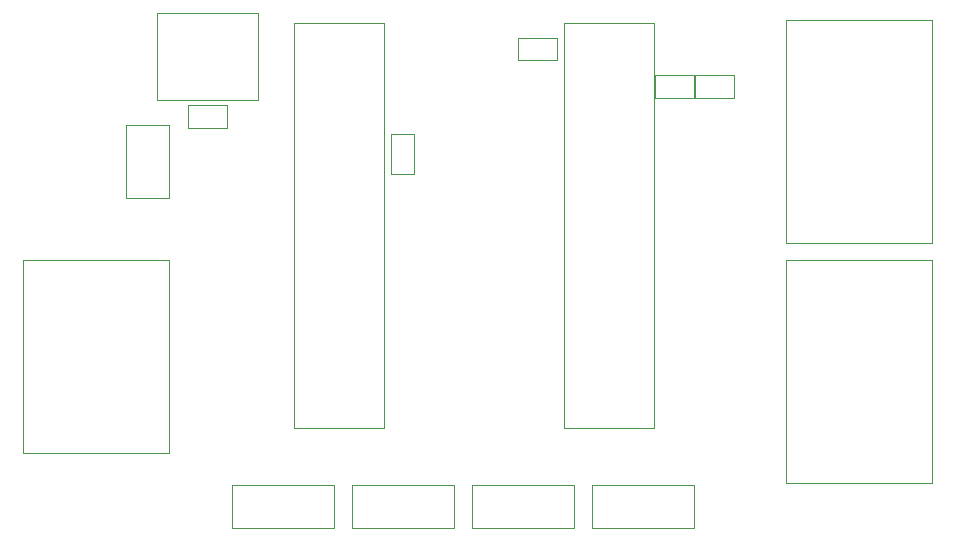
<source format=gbr>
G04 #@! TF.GenerationSoftware,KiCad,Pcbnew,5.1.7-a382d34a8~88~ubuntu20.04.1*
G04 #@! TF.CreationDate,2021-06-06T15:27:41-07:00*
G04 #@! TF.ProjectId,ft4232h-breakout,66743432-3332-4682-9d62-7265616b6f75,Jun2021b*
G04 #@! TF.SameCoordinates,Original*
G04 #@! TF.FileFunction,Other,User*
%FSLAX46Y46*%
G04 Gerber Fmt 4.6, Leading zero omitted, Abs format (unit mm)*
G04 Created by KiCad (PCBNEW 5.1.7-a382d34a8~88~ubuntu20.04.1) date 2021-06-06 15:27:41*
%MOMM*%
%LPD*%
G01*
G04 APERTURE LIST*
%ADD10C,0.050000*%
%ADD11C,0.120000*%
G04 APERTURE END LIST*
D10*
G04 #@! TO.C,R2*
X122076000Y-87950000D02*
X122076000Y-89850000D01*
X122076000Y-89850000D02*
X118716000Y-89850000D01*
X118716000Y-89850000D02*
X118716000Y-87950000D01*
X118716000Y-87950000D02*
X122076000Y-87950000D01*
G04 #@! TO.C,D1*
X115320000Y-89850000D02*
X115320000Y-87950000D01*
X115320000Y-87950000D02*
X118680000Y-87950000D01*
X118680000Y-87950000D02*
X118680000Y-89850000D01*
X118680000Y-89850000D02*
X115320000Y-89850000D01*
G04 #@! TO.C,R1*
X94930000Y-96295000D02*
X93030000Y-96295000D01*
X93030000Y-96295000D02*
X93030000Y-92935000D01*
X93030000Y-92935000D02*
X94930000Y-92935000D01*
X94930000Y-92935000D02*
X94930000Y-96295000D01*
G04 #@! TO.C,J9*
X74190000Y-92180000D02*
X70590000Y-92180000D01*
X74190000Y-98330000D02*
X74190000Y-92180000D01*
X70590000Y-98330000D02*
X74190000Y-98330000D01*
X70590000Y-92180000D02*
X70590000Y-98330000D01*
G04 #@! TO.C,J5*
X73170000Y-90060000D02*
X81770000Y-90060000D01*
X73170000Y-82660000D02*
X73170000Y-90060000D01*
X81770000Y-82660000D02*
X73170000Y-82660000D01*
X81770000Y-90060000D02*
X81770000Y-82660000D01*
D11*
G04 #@! TO.C,X1*
X115240000Y-83490000D02*
X107620000Y-83490000D01*
X107620000Y-83490000D02*
X107620000Y-117780000D01*
X107620000Y-117780000D02*
X115240000Y-117780000D01*
X115240000Y-117780000D02*
X115240000Y-83490000D01*
X92380000Y-83490000D02*
X84760000Y-83490000D01*
X84760000Y-83490000D02*
X84760000Y-117780000D01*
X84760000Y-117780000D02*
X92380000Y-117780000D01*
X92380000Y-117780000D02*
X92380000Y-83490000D01*
D10*
G04 #@! TO.C,J8*
X74190000Y-119910000D02*
X74190000Y-103610000D01*
X74190000Y-103610000D02*
X61840000Y-103610000D01*
X61840000Y-103610000D02*
X61840000Y-119910000D01*
X61840000Y-119910000D02*
X74190000Y-119910000D01*
G04 #@! TO.C,J7*
X138820000Y-103610000D02*
X126470000Y-103610000D01*
X138820000Y-122460000D02*
X138820000Y-103610000D01*
X126470000Y-122460000D02*
X138820000Y-122460000D01*
X126470000Y-103610000D02*
X126470000Y-122460000D01*
G04 #@! TO.C,J6*
X138820000Y-83290000D02*
X126470000Y-83290000D01*
X138820000Y-102140000D02*
X138820000Y-83290000D01*
X126470000Y-102140000D02*
X138820000Y-102140000D01*
X126470000Y-83290000D02*
X126470000Y-102140000D01*
G04 #@! TO.C,J4*
X88160000Y-122660000D02*
X79510000Y-122660000D01*
X79510000Y-122660000D02*
X79510000Y-126260000D01*
X79510000Y-126260000D02*
X88160000Y-126260000D01*
X88160000Y-126260000D02*
X88160000Y-122660000D01*
G04 #@! TO.C,J3*
X98320000Y-122660000D02*
X89670000Y-122660000D01*
X89670000Y-122660000D02*
X89670000Y-126260000D01*
X89670000Y-126260000D02*
X98320000Y-126260000D01*
X98320000Y-126260000D02*
X98320000Y-122660000D01*
G04 #@! TO.C,J2*
X108480000Y-122660000D02*
X99830000Y-122660000D01*
X99830000Y-122660000D02*
X99830000Y-126260000D01*
X99830000Y-126260000D02*
X108480000Y-126260000D01*
X108480000Y-126260000D02*
X108480000Y-122660000D01*
G04 #@! TO.C,J1*
X118640000Y-122660000D02*
X109990000Y-122660000D01*
X109990000Y-122660000D02*
X109990000Y-126260000D01*
X109990000Y-126260000D02*
X118640000Y-126260000D01*
X118640000Y-126260000D02*
X118640000Y-122660000D01*
G04 #@! TO.C,C5*
X79150000Y-90490000D02*
X79150000Y-92390000D01*
X79150000Y-92390000D02*
X75790000Y-92390000D01*
X75790000Y-92390000D02*
X75790000Y-90490000D01*
X75790000Y-90490000D02*
X79150000Y-90490000D01*
G04 #@! TO.C,C1*
X103730000Y-86675000D02*
X103730000Y-84775000D01*
X103730000Y-84775000D02*
X107090000Y-84775000D01*
X107090000Y-84775000D02*
X107090000Y-86675000D01*
X107090000Y-86675000D02*
X103730000Y-86675000D01*
G04 #@! TD*
M02*

</source>
